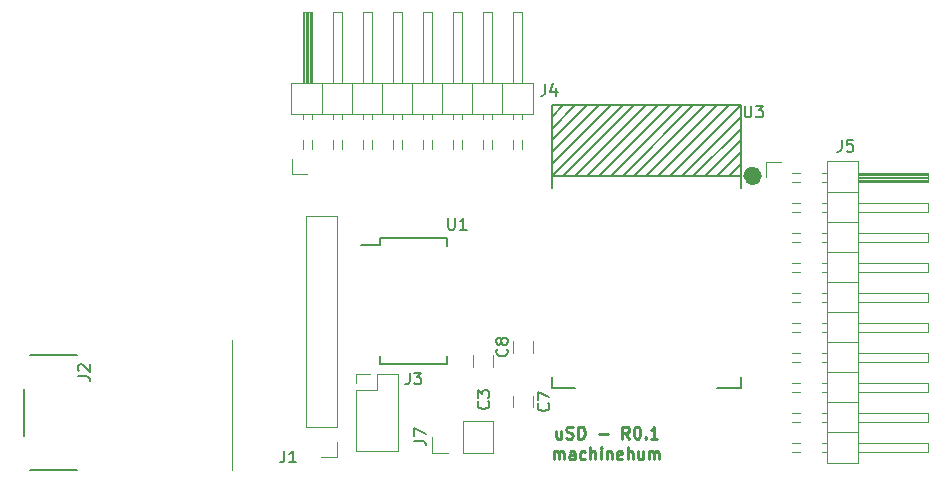
<source format=gbr>
G04 #@! TF.FileFunction,Legend,Top*
%FSLAX46Y46*%
G04 Gerber Fmt 4.6, Leading zero omitted, Abs format (unit mm)*
G04 Created by KiCad (PCBNEW 4.0.5+dfsg1-4) date Mon Sep 11 20:39:08 2017*
%MOMM*%
%LPD*%
G01*
G04 APERTURE LIST*
%ADD10C,0.100000*%
%ADD11C,0.250000*%
%ADD12C,1.000000*%
%ADD13C,0.150000*%
%ADD14C,0.120000*%
G04 APERTURE END LIST*
D10*
D11*
X159905227Y-109776634D02*
X159905227Y-110443301D01*
X159476655Y-109776634D02*
X159476655Y-110300444D01*
X159524274Y-110395682D01*
X159619512Y-110443301D01*
X159762370Y-110443301D01*
X159857608Y-110395682D01*
X159905227Y-110348063D01*
X160333798Y-110395682D02*
X160476655Y-110443301D01*
X160714751Y-110443301D01*
X160809989Y-110395682D01*
X160857608Y-110348063D01*
X160905227Y-110252825D01*
X160905227Y-110157587D01*
X160857608Y-110062349D01*
X160809989Y-110014730D01*
X160714751Y-109967110D01*
X160524274Y-109919491D01*
X160429036Y-109871872D01*
X160381417Y-109824253D01*
X160333798Y-109729015D01*
X160333798Y-109633777D01*
X160381417Y-109538539D01*
X160429036Y-109490920D01*
X160524274Y-109443301D01*
X160762370Y-109443301D01*
X160905227Y-109490920D01*
X161333798Y-110443301D02*
X161333798Y-109443301D01*
X161571893Y-109443301D01*
X161714751Y-109490920D01*
X161809989Y-109586158D01*
X161857608Y-109681396D01*
X161905227Y-109871872D01*
X161905227Y-110014730D01*
X161857608Y-110205206D01*
X161809989Y-110300444D01*
X161714751Y-110395682D01*
X161571893Y-110443301D01*
X161333798Y-110443301D01*
X163095703Y-110062349D02*
X163857608Y-110062349D01*
X165667132Y-110443301D02*
X165333798Y-109967110D01*
X165095703Y-110443301D02*
X165095703Y-109443301D01*
X165476656Y-109443301D01*
X165571894Y-109490920D01*
X165619513Y-109538539D01*
X165667132Y-109633777D01*
X165667132Y-109776634D01*
X165619513Y-109871872D01*
X165571894Y-109919491D01*
X165476656Y-109967110D01*
X165095703Y-109967110D01*
X166286179Y-109443301D02*
X166381418Y-109443301D01*
X166476656Y-109490920D01*
X166524275Y-109538539D01*
X166571894Y-109633777D01*
X166619513Y-109824253D01*
X166619513Y-110062349D01*
X166571894Y-110252825D01*
X166524275Y-110348063D01*
X166476656Y-110395682D01*
X166381418Y-110443301D01*
X166286179Y-110443301D01*
X166190941Y-110395682D01*
X166143322Y-110348063D01*
X166095703Y-110252825D01*
X166048084Y-110062349D01*
X166048084Y-109824253D01*
X166095703Y-109633777D01*
X166143322Y-109538539D01*
X166190941Y-109490920D01*
X166286179Y-109443301D01*
X167048084Y-110348063D02*
X167095703Y-110395682D01*
X167048084Y-110443301D01*
X167000465Y-110395682D01*
X167048084Y-110348063D01*
X167048084Y-110443301D01*
X168048084Y-110443301D02*
X167476655Y-110443301D01*
X167762369Y-110443301D02*
X167762369Y-109443301D01*
X167667131Y-109586158D01*
X167571893Y-109681396D01*
X167476655Y-109729015D01*
X159286179Y-112193301D02*
X159286179Y-111526634D01*
X159286179Y-111621872D02*
X159333798Y-111574253D01*
X159429036Y-111526634D01*
X159571894Y-111526634D01*
X159667132Y-111574253D01*
X159714751Y-111669491D01*
X159714751Y-112193301D01*
X159714751Y-111669491D02*
X159762370Y-111574253D01*
X159857608Y-111526634D01*
X160000465Y-111526634D01*
X160095703Y-111574253D01*
X160143322Y-111669491D01*
X160143322Y-112193301D01*
X161048084Y-112193301D02*
X161048084Y-111669491D01*
X161000465Y-111574253D01*
X160905227Y-111526634D01*
X160714750Y-111526634D01*
X160619512Y-111574253D01*
X161048084Y-112145682D02*
X160952846Y-112193301D01*
X160714750Y-112193301D01*
X160619512Y-112145682D01*
X160571893Y-112050444D01*
X160571893Y-111955206D01*
X160619512Y-111859968D01*
X160714750Y-111812349D01*
X160952846Y-111812349D01*
X161048084Y-111764730D01*
X161952846Y-112145682D02*
X161857608Y-112193301D01*
X161667131Y-112193301D01*
X161571893Y-112145682D01*
X161524274Y-112098063D01*
X161476655Y-112002825D01*
X161476655Y-111717110D01*
X161524274Y-111621872D01*
X161571893Y-111574253D01*
X161667131Y-111526634D01*
X161857608Y-111526634D01*
X161952846Y-111574253D01*
X162381417Y-112193301D02*
X162381417Y-111193301D01*
X162809989Y-112193301D02*
X162809989Y-111669491D01*
X162762370Y-111574253D01*
X162667132Y-111526634D01*
X162524274Y-111526634D01*
X162429036Y-111574253D01*
X162381417Y-111621872D01*
X163286179Y-112193301D02*
X163286179Y-111526634D01*
X163286179Y-111193301D02*
X163238560Y-111240920D01*
X163286179Y-111288539D01*
X163333798Y-111240920D01*
X163286179Y-111193301D01*
X163286179Y-111288539D01*
X163762369Y-111526634D02*
X163762369Y-112193301D01*
X163762369Y-111621872D02*
X163809988Y-111574253D01*
X163905226Y-111526634D01*
X164048084Y-111526634D01*
X164143322Y-111574253D01*
X164190941Y-111669491D01*
X164190941Y-112193301D01*
X165048084Y-112145682D02*
X164952846Y-112193301D01*
X164762369Y-112193301D01*
X164667131Y-112145682D01*
X164619512Y-112050444D01*
X164619512Y-111669491D01*
X164667131Y-111574253D01*
X164762369Y-111526634D01*
X164952846Y-111526634D01*
X165048084Y-111574253D01*
X165095703Y-111669491D01*
X165095703Y-111764730D01*
X164619512Y-111859968D01*
X165524274Y-112193301D02*
X165524274Y-111193301D01*
X165952846Y-112193301D02*
X165952846Y-111669491D01*
X165905227Y-111574253D01*
X165809989Y-111526634D01*
X165667131Y-111526634D01*
X165571893Y-111574253D01*
X165524274Y-111621872D01*
X166857608Y-111526634D02*
X166857608Y-112193301D01*
X166429036Y-111526634D02*
X166429036Y-112050444D01*
X166476655Y-112145682D01*
X166571893Y-112193301D01*
X166714751Y-112193301D01*
X166809989Y-112145682D01*
X166857608Y-112098063D01*
X167333798Y-112193301D02*
X167333798Y-111526634D01*
X167333798Y-111621872D02*
X167381417Y-111574253D01*
X167476655Y-111526634D01*
X167619513Y-111526634D01*
X167714751Y-111574253D01*
X167762370Y-111669491D01*
X167762370Y-112193301D01*
X167762370Y-111669491D02*
X167809989Y-111574253D01*
X167905227Y-111526634D01*
X168048084Y-111526634D01*
X168143322Y-111574253D01*
X168190941Y-111669491D01*
X168190941Y-112193301D01*
D10*
X132000000Y-102080000D02*
X132000000Y-113080000D01*
D12*
X176382843Y-88200000D02*
G75*
G03X176382843Y-88200000I-282843J0D01*
G01*
D13*
X159100000Y-89200000D02*
X159100000Y-82200000D01*
X159100000Y-106200000D02*
X159100000Y-105200000D01*
X161100000Y-106200000D02*
X159100000Y-106200000D01*
X175100000Y-106200000D02*
X173100000Y-106200000D01*
X175100000Y-89200000D02*
X175100000Y-82200000D01*
X175100000Y-106200000D02*
X175100000Y-105200000D01*
X160100000Y-82200000D02*
X159100000Y-83200000D01*
X161100000Y-82200000D02*
X159100000Y-84200000D01*
X162100000Y-82200000D02*
X159100000Y-85200000D01*
X163100000Y-82200000D02*
X159100000Y-86200000D01*
X164100000Y-82200000D02*
X159100000Y-87200000D01*
X165100000Y-82200000D02*
X159100000Y-88200000D01*
X160100000Y-88200000D02*
X166100000Y-82200000D01*
X167100000Y-82200000D02*
X161100000Y-88200000D01*
X168100000Y-82200000D02*
X162100000Y-88200000D01*
X163100000Y-88200000D02*
X169100000Y-82200000D01*
X170100000Y-82200000D02*
X164100000Y-88200000D01*
X165100000Y-88200000D02*
X171100000Y-82200000D01*
X172100000Y-82200000D02*
X166100000Y-88200000D01*
X173100000Y-82200000D02*
X167100000Y-88200000D01*
X174100000Y-82200000D02*
X168100000Y-88200000D01*
X175100000Y-82200000D02*
X169100000Y-88200000D01*
X175100000Y-87200000D02*
X174100000Y-88200000D01*
X175100000Y-83200000D02*
X170100000Y-88200000D01*
X175100000Y-84200000D02*
X171100000Y-88200000D01*
X175100000Y-85200000D02*
X172100000Y-88200000D01*
X175100000Y-86200000D02*
X173100000Y-88200000D01*
X175100000Y-88200000D02*
X159100000Y-88200000D01*
X159100000Y-82200000D02*
X175100000Y-82200000D01*
D14*
X137070000Y-82920000D02*
X139670000Y-82920000D01*
X139670000Y-82920000D02*
X139670000Y-80300000D01*
X139670000Y-80300000D02*
X137070000Y-80300000D01*
X137070000Y-80300000D02*
X137070000Y-82920000D01*
X138020000Y-80300000D02*
X138780000Y-80300000D01*
X138780000Y-80300000D02*
X138780000Y-74300000D01*
X138780000Y-74300000D02*
X138020000Y-74300000D01*
X138020000Y-74300000D02*
X138020000Y-80300000D01*
X138020000Y-83350000D02*
X138020000Y-82920000D01*
X138780000Y-83350000D02*
X138780000Y-82920000D01*
X138020000Y-85890000D02*
X138020000Y-85170000D01*
X138780000Y-85890000D02*
X138780000Y-85170000D01*
X138140000Y-80300000D02*
X138140000Y-74300000D01*
X138260000Y-80300000D02*
X138260000Y-74300000D01*
X138380000Y-80300000D02*
X138380000Y-74300000D01*
X138500000Y-80300000D02*
X138500000Y-74300000D01*
X138620000Y-80300000D02*
X138620000Y-74300000D01*
X138740000Y-80300000D02*
X138740000Y-74300000D01*
X139670000Y-82920000D02*
X142210000Y-82920000D01*
X142210000Y-82920000D02*
X142210000Y-80300000D01*
X142210000Y-80300000D02*
X139670000Y-80300000D01*
X139670000Y-80300000D02*
X139670000Y-82920000D01*
X140560000Y-80300000D02*
X141320000Y-80300000D01*
X141320000Y-80300000D02*
X141320000Y-74300000D01*
X141320000Y-74300000D02*
X140560000Y-74300000D01*
X140560000Y-74300000D02*
X140560000Y-80300000D01*
X140560000Y-83350000D02*
X140560000Y-82920000D01*
X141320000Y-83350000D02*
X141320000Y-82920000D01*
X140560000Y-85890000D02*
X140560000Y-85170000D01*
X141320000Y-85890000D02*
X141320000Y-85170000D01*
X142210000Y-82920000D02*
X144750000Y-82920000D01*
X144750000Y-82920000D02*
X144750000Y-80300000D01*
X144750000Y-80300000D02*
X142210000Y-80300000D01*
X142210000Y-80300000D02*
X142210000Y-82920000D01*
X143100000Y-80300000D02*
X143860000Y-80300000D01*
X143860000Y-80300000D02*
X143860000Y-74300000D01*
X143860000Y-74300000D02*
X143100000Y-74300000D01*
X143100000Y-74300000D02*
X143100000Y-80300000D01*
X143100000Y-83350000D02*
X143100000Y-82920000D01*
X143860000Y-83350000D02*
X143860000Y-82920000D01*
X143100000Y-85890000D02*
X143100000Y-85170000D01*
X143860000Y-85890000D02*
X143860000Y-85170000D01*
X144750000Y-82920000D02*
X147290000Y-82920000D01*
X147290000Y-82920000D02*
X147290000Y-80300000D01*
X147290000Y-80300000D02*
X144750000Y-80300000D01*
X144750000Y-80300000D02*
X144750000Y-82920000D01*
X145640000Y-80300000D02*
X146400000Y-80300000D01*
X146400000Y-80300000D02*
X146400000Y-74300000D01*
X146400000Y-74300000D02*
X145640000Y-74300000D01*
X145640000Y-74300000D02*
X145640000Y-80300000D01*
X145640000Y-83350000D02*
X145640000Y-82920000D01*
X146400000Y-83350000D02*
X146400000Y-82920000D01*
X145640000Y-85890000D02*
X145640000Y-85170000D01*
X146400000Y-85890000D02*
X146400000Y-85170000D01*
X147290000Y-82920000D02*
X149830000Y-82920000D01*
X149830000Y-82920000D02*
X149830000Y-80300000D01*
X149830000Y-80300000D02*
X147290000Y-80300000D01*
X147290000Y-80300000D02*
X147290000Y-82920000D01*
X148180000Y-80300000D02*
X148940000Y-80300000D01*
X148940000Y-80300000D02*
X148940000Y-74300000D01*
X148940000Y-74300000D02*
X148180000Y-74300000D01*
X148180000Y-74300000D02*
X148180000Y-80300000D01*
X148180000Y-83350000D02*
X148180000Y-82920000D01*
X148940000Y-83350000D02*
X148940000Y-82920000D01*
X148180000Y-85890000D02*
X148180000Y-85170000D01*
X148940000Y-85890000D02*
X148940000Y-85170000D01*
X149830000Y-82920000D02*
X152370000Y-82920000D01*
X152370000Y-82920000D02*
X152370000Y-80300000D01*
X152370000Y-80300000D02*
X149830000Y-80300000D01*
X149830000Y-80300000D02*
X149830000Y-82920000D01*
X150720000Y-80300000D02*
X151480000Y-80300000D01*
X151480000Y-80300000D02*
X151480000Y-74300000D01*
X151480000Y-74300000D02*
X150720000Y-74300000D01*
X150720000Y-74300000D02*
X150720000Y-80300000D01*
X150720000Y-83350000D02*
X150720000Y-82920000D01*
X151480000Y-83350000D02*
X151480000Y-82920000D01*
X150720000Y-85890000D02*
X150720000Y-85170000D01*
X151480000Y-85890000D02*
X151480000Y-85170000D01*
X152370000Y-82920000D02*
X154910000Y-82920000D01*
X154910000Y-82920000D02*
X154910000Y-80300000D01*
X154910000Y-80300000D02*
X152370000Y-80300000D01*
X152370000Y-80300000D02*
X152370000Y-82920000D01*
X153260000Y-80300000D02*
X154020000Y-80300000D01*
X154020000Y-80300000D02*
X154020000Y-74300000D01*
X154020000Y-74300000D02*
X153260000Y-74300000D01*
X153260000Y-74300000D02*
X153260000Y-80300000D01*
X153260000Y-83350000D02*
X153260000Y-82920000D01*
X154020000Y-83350000D02*
X154020000Y-82920000D01*
X153260000Y-85890000D02*
X153260000Y-85170000D01*
X154020000Y-85890000D02*
X154020000Y-85170000D01*
X154910000Y-82920000D02*
X157510000Y-82920000D01*
X157510000Y-82920000D02*
X157510000Y-80300000D01*
X157510000Y-80300000D02*
X154910000Y-80300000D01*
X154910000Y-80300000D02*
X154910000Y-82920000D01*
X155800000Y-80300000D02*
X156560000Y-80300000D01*
X156560000Y-80300000D02*
X156560000Y-74300000D01*
X156560000Y-74300000D02*
X155800000Y-74300000D01*
X155800000Y-74300000D02*
X155800000Y-80300000D01*
X155800000Y-83350000D02*
X155800000Y-82920000D01*
X156560000Y-83350000D02*
X156560000Y-82920000D01*
X155800000Y-85890000D02*
X155800000Y-85170000D01*
X156560000Y-85890000D02*
X156560000Y-85170000D01*
X138400000Y-88070000D02*
X137130000Y-88070000D01*
X137130000Y-88070000D02*
X137130000Y-86800000D01*
X154150000Y-104400000D02*
X154150000Y-103400000D01*
X152450000Y-103400000D02*
X152450000Y-104400000D01*
X157550000Y-107800000D02*
X157550000Y-106800000D01*
X155850000Y-106800000D02*
X155850000Y-107800000D01*
X155850000Y-102200000D02*
X155850000Y-103200000D01*
X157550000Y-103200000D02*
X157550000Y-102200000D01*
D13*
X144525000Y-93475000D02*
X144525000Y-94050000D01*
X150275000Y-93475000D02*
X150275000Y-94125000D01*
X150275000Y-104125000D02*
X150275000Y-103475000D01*
X144525000Y-104125000D02*
X144525000Y-103475000D01*
X144525000Y-93475000D02*
X150275000Y-93475000D01*
X144525000Y-104125000D02*
X150275000Y-104125000D01*
X144525000Y-94050000D02*
X142925000Y-94050000D01*
D14*
X142570000Y-106335000D02*
X142570000Y-111475000D01*
X142570000Y-111475000D02*
X146100000Y-111475000D01*
X146100000Y-111475000D02*
X146100000Y-105005000D01*
X146100000Y-105005000D02*
X144335000Y-105005000D01*
X144335000Y-105005000D02*
X144335000Y-106335000D01*
X144335000Y-106335000D02*
X142570000Y-106335000D01*
X142570000Y-105700000D02*
X142570000Y-105005000D01*
X142570000Y-105005000D02*
X143700000Y-105005000D01*
X140930000Y-109430000D02*
X140930000Y-91590000D01*
X140930000Y-91590000D02*
X138270000Y-91590000D01*
X138270000Y-91590000D02*
X138270000Y-109430000D01*
X138270000Y-109430000D02*
X140930000Y-109430000D01*
X140930000Y-110700000D02*
X140930000Y-112030000D01*
X140930000Y-112030000D02*
X139600000Y-112030000D01*
X182380000Y-86970000D02*
X182380000Y-89570000D01*
X182380000Y-89570000D02*
X185000000Y-89570000D01*
X185000000Y-89570000D02*
X185000000Y-86970000D01*
X185000000Y-86970000D02*
X182380000Y-86970000D01*
X185000000Y-87920000D02*
X185000000Y-88680000D01*
X185000000Y-88680000D02*
X191000000Y-88680000D01*
X191000000Y-88680000D02*
X191000000Y-87920000D01*
X191000000Y-87920000D02*
X185000000Y-87920000D01*
X181950000Y-87920000D02*
X182380000Y-87920000D01*
X181950000Y-88680000D02*
X182380000Y-88680000D01*
X179410000Y-87920000D02*
X180130000Y-87920000D01*
X179410000Y-88680000D02*
X180130000Y-88680000D01*
X185000000Y-88040000D02*
X191000000Y-88040000D01*
X185000000Y-88160000D02*
X191000000Y-88160000D01*
X185000000Y-88280000D02*
X191000000Y-88280000D01*
X185000000Y-88400000D02*
X191000000Y-88400000D01*
X185000000Y-88520000D02*
X191000000Y-88520000D01*
X185000000Y-88640000D02*
X191000000Y-88640000D01*
X182380000Y-89570000D02*
X182380000Y-92110000D01*
X182380000Y-92110000D02*
X185000000Y-92110000D01*
X185000000Y-92110000D02*
X185000000Y-89570000D01*
X185000000Y-89570000D02*
X182380000Y-89570000D01*
X185000000Y-90460000D02*
X185000000Y-91220000D01*
X185000000Y-91220000D02*
X191000000Y-91220000D01*
X191000000Y-91220000D02*
X191000000Y-90460000D01*
X191000000Y-90460000D02*
X185000000Y-90460000D01*
X181950000Y-90460000D02*
X182380000Y-90460000D01*
X181950000Y-91220000D02*
X182380000Y-91220000D01*
X179410000Y-90460000D02*
X180130000Y-90460000D01*
X179410000Y-91220000D02*
X180130000Y-91220000D01*
X182380000Y-92110000D02*
X182380000Y-94650000D01*
X182380000Y-94650000D02*
X185000000Y-94650000D01*
X185000000Y-94650000D02*
X185000000Y-92110000D01*
X185000000Y-92110000D02*
X182380000Y-92110000D01*
X185000000Y-93000000D02*
X185000000Y-93760000D01*
X185000000Y-93760000D02*
X191000000Y-93760000D01*
X191000000Y-93760000D02*
X191000000Y-93000000D01*
X191000000Y-93000000D02*
X185000000Y-93000000D01*
X181950000Y-93000000D02*
X182380000Y-93000000D01*
X181950000Y-93760000D02*
X182380000Y-93760000D01*
X179410000Y-93000000D02*
X180130000Y-93000000D01*
X179410000Y-93760000D02*
X180130000Y-93760000D01*
X182380000Y-94650000D02*
X182380000Y-97190000D01*
X182380000Y-97190000D02*
X185000000Y-97190000D01*
X185000000Y-97190000D02*
X185000000Y-94650000D01*
X185000000Y-94650000D02*
X182380000Y-94650000D01*
X185000000Y-95540000D02*
X185000000Y-96300000D01*
X185000000Y-96300000D02*
X191000000Y-96300000D01*
X191000000Y-96300000D02*
X191000000Y-95540000D01*
X191000000Y-95540000D02*
X185000000Y-95540000D01*
X181950000Y-95540000D02*
X182380000Y-95540000D01*
X181950000Y-96300000D02*
X182380000Y-96300000D01*
X179410000Y-95540000D02*
X180130000Y-95540000D01*
X179410000Y-96300000D02*
X180130000Y-96300000D01*
X182380000Y-97190000D02*
X182380000Y-99730000D01*
X182380000Y-99730000D02*
X185000000Y-99730000D01*
X185000000Y-99730000D02*
X185000000Y-97190000D01*
X185000000Y-97190000D02*
X182380000Y-97190000D01*
X185000000Y-98080000D02*
X185000000Y-98840000D01*
X185000000Y-98840000D02*
X191000000Y-98840000D01*
X191000000Y-98840000D02*
X191000000Y-98080000D01*
X191000000Y-98080000D02*
X185000000Y-98080000D01*
X181950000Y-98080000D02*
X182380000Y-98080000D01*
X181950000Y-98840000D02*
X182380000Y-98840000D01*
X179410000Y-98080000D02*
X180130000Y-98080000D01*
X179410000Y-98840000D02*
X180130000Y-98840000D01*
X182380000Y-99730000D02*
X182380000Y-102270000D01*
X182380000Y-102270000D02*
X185000000Y-102270000D01*
X185000000Y-102270000D02*
X185000000Y-99730000D01*
X185000000Y-99730000D02*
X182380000Y-99730000D01*
X185000000Y-100620000D02*
X185000000Y-101380000D01*
X185000000Y-101380000D02*
X191000000Y-101380000D01*
X191000000Y-101380000D02*
X191000000Y-100620000D01*
X191000000Y-100620000D02*
X185000000Y-100620000D01*
X181950000Y-100620000D02*
X182380000Y-100620000D01*
X181950000Y-101380000D02*
X182380000Y-101380000D01*
X179410000Y-100620000D02*
X180130000Y-100620000D01*
X179410000Y-101380000D02*
X180130000Y-101380000D01*
X182380000Y-102270000D02*
X182380000Y-104810000D01*
X182380000Y-104810000D02*
X185000000Y-104810000D01*
X185000000Y-104810000D02*
X185000000Y-102270000D01*
X185000000Y-102270000D02*
X182380000Y-102270000D01*
X185000000Y-103160000D02*
X185000000Y-103920000D01*
X185000000Y-103920000D02*
X191000000Y-103920000D01*
X191000000Y-103920000D02*
X191000000Y-103160000D01*
X191000000Y-103160000D02*
X185000000Y-103160000D01*
X181950000Y-103160000D02*
X182380000Y-103160000D01*
X181950000Y-103920000D02*
X182380000Y-103920000D01*
X179410000Y-103160000D02*
X180130000Y-103160000D01*
X179410000Y-103920000D02*
X180130000Y-103920000D01*
X182380000Y-104810000D02*
X182380000Y-107350000D01*
X182380000Y-107350000D02*
X185000000Y-107350000D01*
X185000000Y-107350000D02*
X185000000Y-104810000D01*
X185000000Y-104810000D02*
X182380000Y-104810000D01*
X185000000Y-105700000D02*
X185000000Y-106460000D01*
X185000000Y-106460000D02*
X191000000Y-106460000D01*
X191000000Y-106460000D02*
X191000000Y-105700000D01*
X191000000Y-105700000D02*
X185000000Y-105700000D01*
X181950000Y-105700000D02*
X182380000Y-105700000D01*
X181950000Y-106460000D02*
X182380000Y-106460000D01*
X179410000Y-105700000D02*
X180130000Y-105700000D01*
X179410000Y-106460000D02*
X180130000Y-106460000D01*
X182380000Y-107350000D02*
X182380000Y-109890000D01*
X182380000Y-109890000D02*
X185000000Y-109890000D01*
X185000000Y-109890000D02*
X185000000Y-107350000D01*
X185000000Y-107350000D02*
X182380000Y-107350000D01*
X185000000Y-108240000D02*
X185000000Y-109000000D01*
X185000000Y-109000000D02*
X191000000Y-109000000D01*
X191000000Y-109000000D02*
X191000000Y-108240000D01*
X191000000Y-108240000D02*
X185000000Y-108240000D01*
X181950000Y-108240000D02*
X182380000Y-108240000D01*
X181950000Y-109000000D02*
X182380000Y-109000000D01*
X179410000Y-108240000D02*
X180130000Y-108240000D01*
X179410000Y-109000000D02*
X180130000Y-109000000D01*
X182380000Y-109890000D02*
X182380000Y-112490000D01*
X182380000Y-112490000D02*
X185000000Y-112490000D01*
X185000000Y-112490000D02*
X185000000Y-109890000D01*
X185000000Y-109890000D02*
X182380000Y-109890000D01*
X185000000Y-110780000D02*
X185000000Y-111540000D01*
X185000000Y-111540000D02*
X191000000Y-111540000D01*
X191000000Y-111540000D02*
X191000000Y-110780000D01*
X191000000Y-110780000D02*
X185000000Y-110780000D01*
X181950000Y-110780000D02*
X182380000Y-110780000D01*
X181950000Y-111540000D02*
X182380000Y-111540000D01*
X179410000Y-110780000D02*
X180130000Y-110780000D01*
X179410000Y-111540000D02*
X180130000Y-111540000D01*
X177230000Y-88300000D02*
X177230000Y-87030000D01*
X177230000Y-87030000D02*
X178500000Y-87030000D01*
X151570000Y-111630000D02*
X154170000Y-111630000D01*
X154170000Y-111630000D02*
X154170000Y-108970000D01*
X154170000Y-108970000D02*
X151570000Y-108970000D01*
X151570000Y-108970000D02*
X151570000Y-111630000D01*
X150300000Y-111630000D02*
X148970000Y-111630000D01*
X148970000Y-111630000D02*
X148970000Y-110300000D01*
D13*
X114936520Y-103369240D02*
X118936520Y-103369240D01*
X114936520Y-113069240D02*
X118936520Y-113069240D01*
X114386520Y-110219240D02*
X114386520Y-106219240D01*
X175438095Y-82252381D02*
X175438095Y-83061905D01*
X175485714Y-83157143D01*
X175533333Y-83204762D01*
X175628571Y-83252381D01*
X175819048Y-83252381D01*
X175914286Y-83204762D01*
X175961905Y-83157143D01*
X176009524Y-83061905D01*
X176009524Y-82252381D01*
X176390476Y-82252381D02*
X177009524Y-82252381D01*
X176676190Y-82633333D01*
X176819048Y-82633333D01*
X176914286Y-82680952D01*
X176961905Y-82728571D01*
X177009524Y-82823810D01*
X177009524Y-83061905D01*
X176961905Y-83157143D01*
X176914286Y-83204762D01*
X176819048Y-83252381D01*
X176533333Y-83252381D01*
X176438095Y-83204762D01*
X176390476Y-83157143D01*
X158548747Y-80407261D02*
X158548747Y-81121547D01*
X158501127Y-81264404D01*
X158405889Y-81359642D01*
X158263032Y-81407261D01*
X158167794Y-81407261D01*
X159453509Y-80740594D02*
X159453509Y-81407261D01*
X159215413Y-80359642D02*
X158977318Y-81073928D01*
X159596366Y-81073928D01*
X153727143Y-107296666D02*
X153774762Y-107344285D01*
X153822381Y-107487142D01*
X153822381Y-107582380D01*
X153774762Y-107725238D01*
X153679524Y-107820476D01*
X153584286Y-107868095D01*
X153393810Y-107915714D01*
X153250952Y-107915714D01*
X153060476Y-107868095D01*
X152965238Y-107820476D01*
X152870000Y-107725238D01*
X152822381Y-107582380D01*
X152822381Y-107487142D01*
X152870000Y-107344285D01*
X152917619Y-107296666D01*
X152822381Y-106963333D02*
X152822381Y-106344285D01*
X153203333Y-106677619D01*
X153203333Y-106534761D01*
X153250952Y-106439523D01*
X153298571Y-106391904D01*
X153393810Y-106344285D01*
X153631905Y-106344285D01*
X153727143Y-106391904D01*
X153774762Y-106439523D01*
X153822381Y-106534761D01*
X153822381Y-106820476D01*
X153774762Y-106915714D01*
X153727143Y-106963333D01*
X158807143Y-107466666D02*
X158854762Y-107514285D01*
X158902381Y-107657142D01*
X158902381Y-107752380D01*
X158854762Y-107895238D01*
X158759524Y-107990476D01*
X158664286Y-108038095D01*
X158473810Y-108085714D01*
X158330952Y-108085714D01*
X158140476Y-108038095D01*
X158045238Y-107990476D01*
X157950000Y-107895238D01*
X157902381Y-107752380D01*
X157902381Y-107657142D01*
X157950000Y-107514285D01*
X157997619Y-107466666D01*
X157902381Y-107133333D02*
X157902381Y-106466666D01*
X158902381Y-106895238D01*
X155307143Y-102866666D02*
X155354762Y-102914285D01*
X155402381Y-103057142D01*
X155402381Y-103152380D01*
X155354762Y-103295238D01*
X155259524Y-103390476D01*
X155164286Y-103438095D01*
X154973810Y-103485714D01*
X154830952Y-103485714D01*
X154640476Y-103438095D01*
X154545238Y-103390476D01*
X154450000Y-103295238D01*
X154402381Y-103152380D01*
X154402381Y-103057142D01*
X154450000Y-102914285D01*
X154497619Y-102866666D01*
X154830952Y-102295238D02*
X154783333Y-102390476D01*
X154735714Y-102438095D01*
X154640476Y-102485714D01*
X154592857Y-102485714D01*
X154497619Y-102438095D01*
X154450000Y-102390476D01*
X154402381Y-102295238D01*
X154402381Y-102104761D01*
X154450000Y-102009523D01*
X154497619Y-101961904D01*
X154592857Y-101914285D01*
X154640476Y-101914285D01*
X154735714Y-101961904D01*
X154783333Y-102009523D01*
X154830952Y-102104761D01*
X154830952Y-102295238D01*
X154878571Y-102390476D01*
X154926190Y-102438095D01*
X155021429Y-102485714D01*
X155211905Y-102485714D01*
X155307143Y-102438095D01*
X155354762Y-102390476D01*
X155402381Y-102295238D01*
X155402381Y-102104761D01*
X155354762Y-102009523D01*
X155307143Y-101961904D01*
X155211905Y-101914285D01*
X155021429Y-101914285D01*
X154926190Y-101961904D01*
X154878571Y-102009523D01*
X154830952Y-102104761D01*
X150338095Y-91752381D02*
X150338095Y-92561905D01*
X150385714Y-92657143D01*
X150433333Y-92704762D01*
X150528571Y-92752381D01*
X150719048Y-92752381D01*
X150814286Y-92704762D01*
X150861905Y-92657143D01*
X150909524Y-92561905D01*
X150909524Y-91752381D01*
X151909524Y-92752381D02*
X151338095Y-92752381D01*
X151623809Y-92752381D02*
X151623809Y-91752381D01*
X151528571Y-91895238D01*
X151433333Y-91990476D01*
X151338095Y-92038095D01*
X147066667Y-104852381D02*
X147066667Y-105566667D01*
X147019047Y-105709524D01*
X146923809Y-105804762D01*
X146780952Y-105852381D01*
X146685714Y-105852381D01*
X147447619Y-104852381D02*
X148066667Y-104852381D01*
X147733333Y-105233333D01*
X147876191Y-105233333D01*
X147971429Y-105280952D01*
X148019048Y-105328571D01*
X148066667Y-105423810D01*
X148066667Y-105661905D01*
X148019048Y-105757143D01*
X147971429Y-105804762D01*
X147876191Y-105852381D01*
X147590476Y-105852381D01*
X147495238Y-105804762D01*
X147447619Y-105757143D01*
X136466667Y-111452381D02*
X136466667Y-112166667D01*
X136419047Y-112309524D01*
X136323809Y-112404762D01*
X136180952Y-112452381D01*
X136085714Y-112452381D01*
X137466667Y-112452381D02*
X136895238Y-112452381D01*
X137180952Y-112452381D02*
X137180952Y-111452381D01*
X137085714Y-111595238D01*
X136990476Y-111690476D01*
X136895238Y-111738095D01*
X183654107Y-85146901D02*
X183654107Y-85861187D01*
X183606487Y-86004044D01*
X183511249Y-86099282D01*
X183368392Y-86146901D01*
X183273154Y-86146901D01*
X184606488Y-85146901D02*
X184130297Y-85146901D01*
X184082678Y-85623091D01*
X184130297Y-85575472D01*
X184225535Y-85527853D01*
X184463631Y-85527853D01*
X184558869Y-85575472D01*
X184606488Y-85623091D01*
X184654107Y-85718330D01*
X184654107Y-85956425D01*
X184606488Y-86051663D01*
X184558869Y-86099282D01*
X184463631Y-86146901D01*
X184225535Y-86146901D01*
X184130297Y-86099282D01*
X184082678Y-86051663D01*
X147422381Y-110633333D02*
X148136667Y-110633333D01*
X148279524Y-110680953D01*
X148374762Y-110776191D01*
X148422381Y-110919048D01*
X148422381Y-111014286D01*
X147422381Y-110252381D02*
X147422381Y-109585714D01*
X148422381Y-110014286D01*
X118974621Y-105148973D02*
X119688907Y-105148973D01*
X119831764Y-105196593D01*
X119927002Y-105291831D01*
X119974621Y-105434688D01*
X119974621Y-105529926D01*
X119069859Y-104720402D02*
X119022240Y-104672783D01*
X118974621Y-104577545D01*
X118974621Y-104339449D01*
X119022240Y-104244211D01*
X119069859Y-104196592D01*
X119165097Y-104148973D01*
X119260335Y-104148973D01*
X119403192Y-104196592D01*
X119974621Y-104768021D01*
X119974621Y-104148973D01*
M02*

</source>
